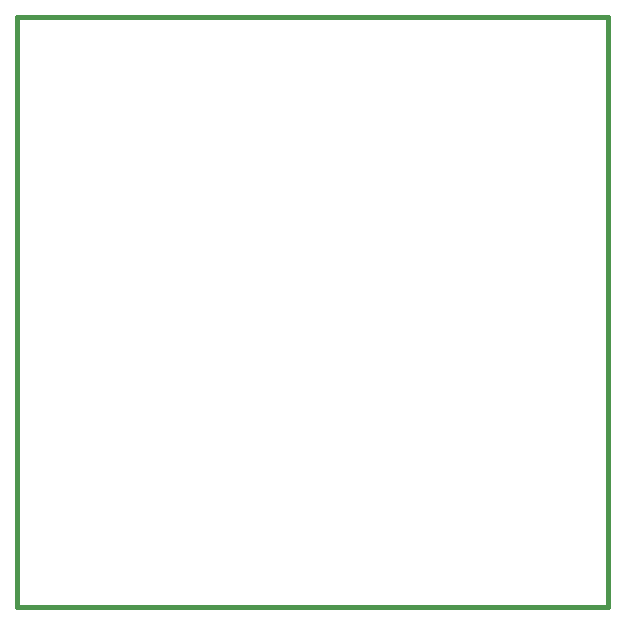
<source format=gbr>
G04 (created by PCBNEW-RS274X (2012-01-19 BZR 3256)-stable) date 20/07/2013 4:07:59 p.m.*
G01*
G70*
G90*
%MOIN*%
G04 Gerber Fmt 3.4, Leading zero omitted, Abs format*
%FSLAX34Y34*%
G04 APERTURE LIST*
%ADD10C,0.006000*%
%ADD11C,0.015000*%
G04 APERTURE END LIST*
G54D10*
G54D11*
X25000Y-14175D02*
X25000Y-33825D01*
X44700Y-14175D02*
X44700Y-33825D01*
X44700Y-33825D02*
X25000Y-33825D01*
X44700Y-14175D02*
X25000Y-14175D01*
M02*

</source>
